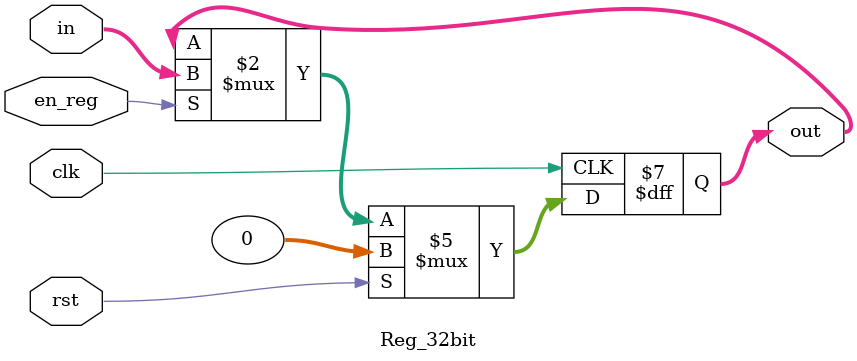
<source format=v>
`timescale 1ns/1ns
module Reg_32bit( clk, rst, en_reg, in, out );

    input clk, rst, en_reg;
    input[31:0]	in;
    output[31:0] out;

    reg [31:0] out;
   
    always @( posedge clk ) begin

        if ( rst )

	    out <= 32'b0;

        else if ( en_reg )

	    out <= in;
    end

endmodule

</source>
